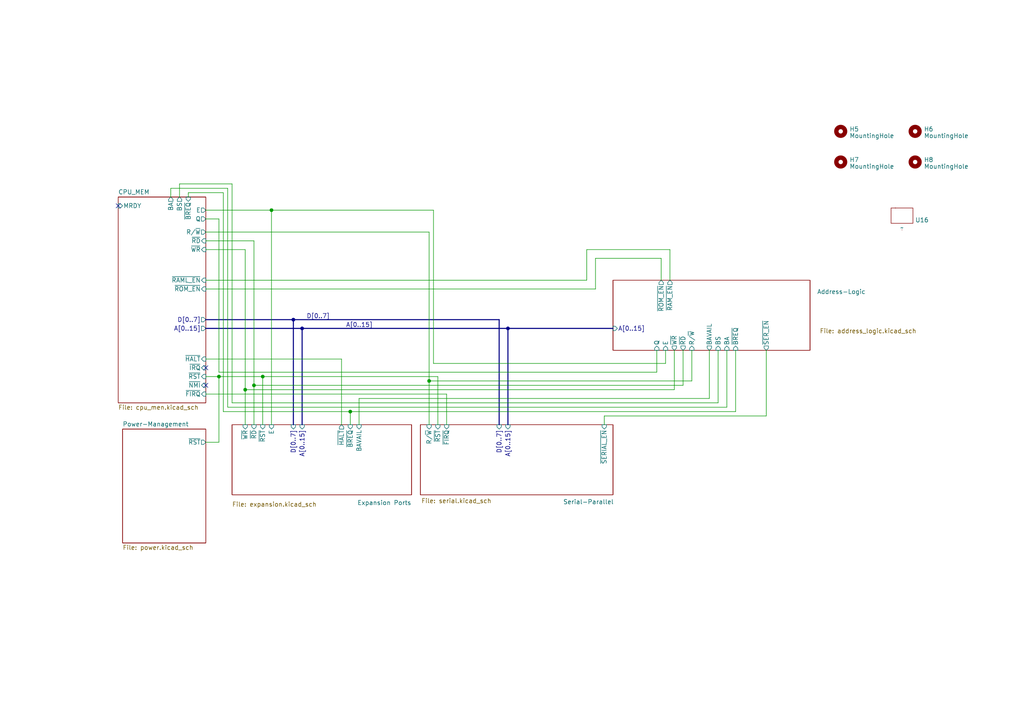
<source format=kicad_sch>
(kicad_sch (version 20231120) (generator "eeschema") (generator_version "8.0")
  (paper "A4")
  (lib_symbols
    (symbol "Mechanical:MountingHole" (pin_names (offset 1.016))
      (property "Reference" "H" (at 0 5.08 0))
      (property "Value" "MountingHole" (at 0 3.175 0))
      (symbol "MountingHole_0_1"
        (circle (center 0 0) (radius 1.27) (stroke (width 1.27)))
      )
    )
    (symbol "motherboard:mITX"
      (property "Reference" "U" (at 0 0 0))
      (symbol "mITX_0_1"
        (rectangle (start -3.175 5.715) (end 3.175 1.27))
        (rectangle (start -1.905 5.715) (end -1.905 5.715))
        (rectangle (start -1.905 5.715) (end -1.905 5.715))
        (rectangle (start 0 -0.635) (end 0 -0.635))
        (rectangle (start 0 -0.635) (end 0 -0.635))
      )
    )
  )
  (junction (at 147.32 95.25))
  (junction (at 85.09 92.71))
  (junction (at 71.12 113.03))
  (junction (at 78.74 60.96))
  (junction (at 124.46 110.49))
  (junction (at 76.2 109.22))
  (junction (at 101.6 119.38))
  (junction (at 63.5 109.22))
  (junction (at 87.63 95.25))
  (junction (at 73.66 111.76))
  (no_connect (at 59.69 106.68))
  (no_connect (at 59.69 111.76))
  (no_connect (at 34.29 59.69))
  (bus (pts (xy 85.09 92.71) (xy 144.78 92.71)))
  (wire (pts (xy 78.74 60.96) (xy 78.74 123.19)))
  (wire (pts (xy 71.12 123.19) (xy 71.12 113.03)))
  (wire (pts (xy 63.5 63.5) (xy 63.5 107.95)))
  (wire (pts (xy 59.69 69.85) (xy 73.66 69.85)))
  (wire (pts (xy 59.69 67.31) (xy 124.46 67.31)))
  (wire (pts (xy 52.07 57.15) (xy 52.07 53.34)))
  (wire (pts (xy 71.12 72.39) (xy 71.12 113.03)))
  (wire (pts (xy 104.14 115.57) (xy 104.14 123.19)))
  (wire (pts (xy 67.31 116.84) (xy 208.28 116.84)))
  (wire (pts (xy 59.69 83.82) (xy 172.72 83.82)))
  (bus (pts (xy 147.32 95.25) (xy 147.32 123.19)))
  (wire (pts (xy 59.69 128.27) (xy 63.5 128.27)))
  (wire (pts (xy 124.46 110.49) (xy 200.66 110.49)))
  (bus (pts (xy 144.78 92.71) (xy 144.78 123.19)))
  (wire (pts (xy 205.74 101.6) (xy 205.74 115.57)))
  (wire (pts (xy 66.04 118.11) (xy 66.04 54.61)))
  (bus (pts (xy 87.63 95.25) (xy 87.63 123.19)))
  (wire (pts (xy 222.25 101.6) (xy 222.25 120.65)))
  (wire (pts (xy 101.6 119.38) (xy 101.6 123.19)))
  (wire (pts (xy 208.28 116.84) (xy 208.28 101.6)))
  (wire (pts (xy 52.07 53.34) (xy 67.31 53.34)))
  (wire (pts (xy 99.06 104.14) (xy 99.06 123.19)))
  (wire (pts (xy 172.72 83.82) (xy 172.72 74.93)))
  (wire (pts (xy 210.82 101.6) (xy 210.82 118.11)))
  (wire (pts (xy 59.69 63.5) (xy 63.5 63.5)))
  (bus (pts (xy 147.32 95.25) (xy 177.8 95.25)))
  (wire (pts (xy 64.77 119.38) (xy 101.6 119.38)))
  (wire (pts (xy 191.77 74.93) (xy 191.77 81.28)))
  (wire (pts (xy 194.31 72.39) (xy 194.31 81.28)))
  (bus (pts (xy 87.63 95.25) (xy 147.32 95.25)))
  (wire (pts (xy 76.2 109.22) (xy 127 109.22)))
  (bus (pts (xy 59.69 95.25) (xy 87.63 95.25)))
  (wire (pts (xy 54.61 55.88) (xy 64.77 55.88)))
  (wire (pts (xy 63.5 128.27) (xy 63.5 109.22)))
  (wire (pts (xy 205.74 115.57) (xy 104.14 115.57)))
  (bus (pts (xy 85.09 92.71) (xy 59.69 92.71)))
  (wire (pts (xy 198.12 101.6) (xy 198.12 111.76)))
  (wire (pts (xy 66.04 54.61) (xy 49.53 54.61)))
  (wire (pts (xy 63.5 109.22) (xy 59.69 109.22)))
  (wire (pts (xy 73.66 111.76) (xy 73.66 123.19)))
  (wire (pts (xy 71.12 113.03) (xy 195.58 113.03)))
  (wire (pts (xy 124.46 67.31) (xy 124.46 110.49)))
  (wire (pts (xy 125.73 105.41) (xy 193.04 105.41)))
  (wire (pts (xy 175.26 123.19) (xy 175.26 120.65)))
  (wire (pts (xy 172.72 74.93) (xy 191.77 74.93)))
  (wire (pts (xy 63.5 107.95) (xy 190.5 107.95)))
  (wire (pts (xy 170.18 81.28) (xy 170.18 72.39)))
  (bus (pts (xy 85.09 92.71) (xy 85.09 123.19)))
  (wire (pts (xy 129.54 123.19) (xy 129.54 114.3)))
  (wire (pts (xy 76.2 123.19) (xy 76.2 109.22)))
  (wire (pts (xy 127 123.19) (xy 127 109.22)))
  (wire (pts (xy 59.69 72.39) (xy 71.12 72.39)))
  (wire (pts (xy 49.53 54.61) (xy 49.53 57.15)))
  (wire (pts (xy 190.5 107.95) (xy 190.5 101.6)))
  (wire (pts (xy 54.61 57.15) (xy 54.61 55.88)))
  (wire (pts (xy 73.66 69.85) (xy 73.66 111.76)))
  (wire (pts (xy 73.66 111.76) (xy 198.12 111.76)))
  (wire (pts (xy 59.69 104.14) (xy 99.06 104.14)))
  (wire (pts (xy 67.31 53.34) (xy 67.31 116.84)))
  (wire (pts (xy 59.69 81.28) (xy 170.18 81.28)))
  (wire (pts (xy 76.2 109.22) (xy 63.5 109.22)))
  (wire (pts (xy 59.69 114.3) (xy 129.54 114.3)))
  (wire (pts (xy 193.04 101.6) (xy 193.04 105.41)))
  (wire (pts (xy 59.69 60.96) (xy 78.74 60.96)))
  (wire (pts (xy 78.74 60.96) (xy 125.73 60.96)))
  (wire (pts (xy 170.18 72.39) (xy 194.31 72.39)))
  (wire (pts (xy 175.26 120.65) (xy 222.25 120.65)))
  (wire (pts (xy 200.66 110.49) (xy 200.66 101.6)))
  (wire (pts (xy 124.46 110.49) (xy 124.46 123.19)))
  (wire (pts (xy 210.82 118.11) (xy 66.04 118.11)))
  (wire (pts (xy 125.73 60.96) (xy 125.73 105.41)))
  (wire (pts (xy 64.77 55.88) (xy 64.77 119.38)))
  (wire (pts (xy 195.58 101.6) (xy 195.58 113.03)))
  (wire (pts (xy 101.6 119.38) (xy 213.36 119.38)))
  (wire (pts (xy 213.36 119.38) (xy 213.36 101.6)))
  (label "D[0..7]" (at 88.9 92.71 0))
  (label "A[0..15]" (at 100.33 95.25 0))
  (symbol (lib_id "motherboard:mITX") (at 261.62 66.04 0) (unit 1)
    (property "Reference" "U16" (at 265.43 63.8168 0) (effects (justify left)))
    (property "Value" "~" (at 261.62 66.04 0))
    (property "Footprint" "motherboard:mITX" (effects (hide yes)))
  )
  (symbol (lib_id "Mechanical:MountingHole") (at 243.84 46.99 0) (unit 1)
    (property "Reference" "H7" (at 246.38 46.3463 0) (effects (justify left)))
    (property "Value" "MountingHole" (at 246.38 48.2673 0) (effects (justify left)))
    (property "Footprint" "MountingHole:MountingHole_3.2mm_M3_ISO7380" (effects (hide yes)))
  )
  (symbol (lib_id "Mechanical:MountingHole") (at 243.84 38.1 0) (unit 1)
    (property "Reference" "H5" (at 246.38 37.4563 0) (effects (justify left)))
    (property "Value" "MountingHole" (at 246.38 39.3773 0) (effects (justify left)))
    (property "Footprint" "MountingHole:MountingHole_3.2mm_M3_ISO7380" (effects (hide yes)))
  )
  (symbol (lib_id "Mechanical:MountingHole") (at 265.43 46.99 0) (unit 1)
    (property "Reference" "H8" (at 267.97 46.3463 0) (effects (justify left)))
    (property "Value" "MountingHole" (at 267.97 48.2673 0) (effects (justify left)))
    (property "Footprint" "MountingHole:MountingHole_3.2mm_M3_ISO7380" (effects (hide yes)))
  )
  (symbol (lib_id "Mechanical:MountingHole") (at 265.43 38.1 0) (unit 1)
    (property "Reference" "H6" (at 267.97 37.4563 0) (effects (justify left)))
    (property "Value" "MountingHole" (at 267.97 39.3773 0) (effects (justify left)))
    (property "Footprint" "MountingHole:MountingHole_3.2mm_M3_ISO7380" (effects (hide yes)))
  )
  (sheet (at 35.56 124.46) (size 24.13 33.02) (stroke (width 0.1524))
    (property "Sheetname" "Power-Management" (at 35.56 123.7484 0) (effects (justify left bottom)))
    (property "Sheetfile" "power.kicad_sch" (at 35.56 158.0646 0) (effects (justify left top)))
    (pin "~{RST}" output (at 59.69 128.27 0))
  )
  (sheet (at 121.92 123.19) (size 55.88 20.32) (stroke (width 0.1524))
    (property "Sheetname" "Serial-Parallel" (at 163.322 146.304 0) (effects (justify left bottom)))
    (property "Sheetfile" "serial.kicad_sch" (at 122.174 144.526 0) (effects (justify left top)))
    (pin "R{slash}~{W}" input (at 124.46 123.19 90))
    (pin "~{RST}" input (at 127 123.19 90))
    (pin "~{SERIAL_EN}" input (at 175.26 123.19 90))
    (pin "A[0..15]" input (at 147.32 123.19 90))
    (pin "D[0..7]" input (at 144.78 123.19 90))
    (pin "~{FIRQ}" input (at 129.54 123.19 90))
  )
  (sheet (at 177.8 81.28) (size 57.15 20.32) (stroke (width 0.1524))
    (property "Sheetname" "Address-Logic" (at 236.982 85.344 0) (effects (justify left bottom)))
    (property "Sheetfile" "address_logic.kicad_sch" (at 237.744 95.25 0) (effects (justify left top)))
    (pin "~{WR}" output (at 195.58 101.6 270))
    (pin "BAVAIL" output (at 205.74 101.6 270))
    (pin "~{RD}" output (at 198.12 101.6 270))
    (pin "BS" input (at 208.28 101.6 270))
    (pin "BA" input (at 210.82 101.6 270))
    (pin "R{slash}~{W}" input (at 200.66 101.6 270))
    (pin "~{BREQ}" input (at 213.36 101.6 270))
    (pin "Q" input (at 190.5 101.6 270))
    (pin "E" input (at 193.04 101.6 270))
    (pin "A[0..15]" input (at 177.8 95.25 180))
    (pin "~{ROM_EN}" output (at 191.77 81.28 90))
    (pin "~{SER_EN}" output (at 222.25 101.6 270))
    (pin "~{RAM_EN}" output (at 194.31 81.28 90))
  )
  (sheet (at 67.31 123.19) (size 52.07 20.32) (stroke (width 0.1524))
    (property "Sheetname" "Expansion Ports" (at 103.632 146.558 0) (effects (justify left bottom)))
    (property "Sheetfile" "expansion.kicad_sch" (at 67.31 145.542 0) (effects (justify left top)))
    (pin "~{WR}" input (at 71.12 123.19 90))
    (pin "~{RD}" input (at 73.66 123.19 90))
    (pin "BAVAIL" input (at 104.14 123.19 90))
    (pin "~{RST}" input (at 76.2 123.19 90))
    (pin "E" input (at 78.74 123.19 90))
    (pin "D[0..7]" input (at 85.09 123.19 90))
    (pin "A[0..15]" input (at 87.63 123.19 90))
    (pin "~{BREQ}" input (at 101.6 123.19 90))
    (pin "~{HALT}" output (at 99.06 123.19 90))
  )
  (sheet (at 34.29 57.15) (size 25.4 59.69) (stroke (width 0.1524))
    (property "Sheetname" "CPU_MEM" (at 34.29 56.4384 0) (effects (justify left bottom)))
    (property "Sheetfile" "cpu_men.kicad_sch" (at 34.29 117.4246 0) (effects (justify left top)))
    (pin "BA" output (at 49.53 57.15 90))
    (pin "BS" output (at 52.07 57.15 90))
    (pin "~{FIRQ}" input (at 59.69 114.3 0))
    (pin "~{NMI}" input (at 59.69 111.76 0))
    (pin "~{RST}" input (at 59.69 109.22 0))
    (pin "~{IRQ}" input (at 59.69 106.68 0))
    (pin "A[0..15]" output (at 59.69 95.25 0))
    (pin "D[0..7]" output (at 59.69 92.71 0))
    (pin "R{slash}~{W}" output (at 59.69 67.31 0))
    (pin "~{ROM_EN}" input (at 59.69 83.82 0))
    (pin "~{RD}" input (at 59.69 69.85 0))
    (pin "~{WR}" input (at 59.69 72.39 0))
    (pin "E" output (at 59.69 60.96 0))
    (pin "Q" output (at 59.69 63.5 0))
    (pin "~{RAML_EN}" input (at 59.69 81.28 0))
    (pin "~{HALT}" input (at 59.69 104.14 0))
    (pin "MRDY" input (at 34.29 59.69 180))
    (pin "~{BREQ}" input (at 54.61 57.15 90))
  )
)
</source>
